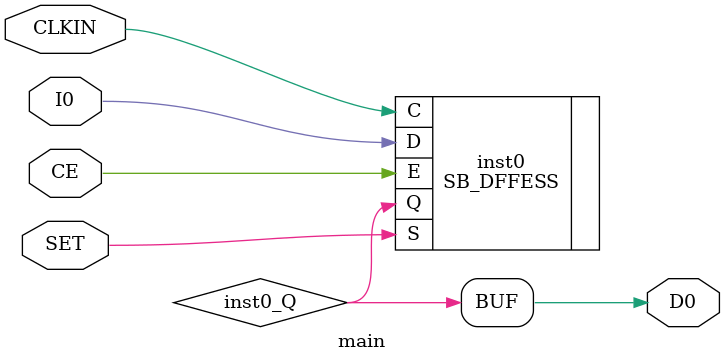
<source format=v>
module main (input  I0, input  CE, input  SET, output  D0, input  CLKIN);
wire  inst0_Q;
SB_DFFESS inst0 (.C(CLKIN), .S(SET), .E(CE), .D(I0), .Q(inst0_Q));
assign D0 = inst0_Q;
endmodule


</source>
